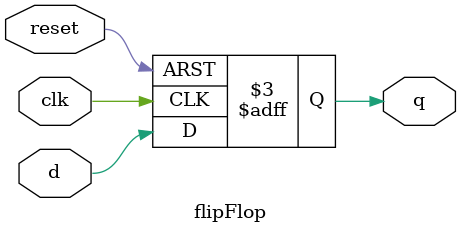
<source format=sv>


module flipFlop (
  input logic clk, reset, d,
  output logic q
);

  always_ff @(posedge clk or negedge reset) begin
    if (!reset)
      q <= 0;
    else
      q <= d;
  end

endmodule

</source>
